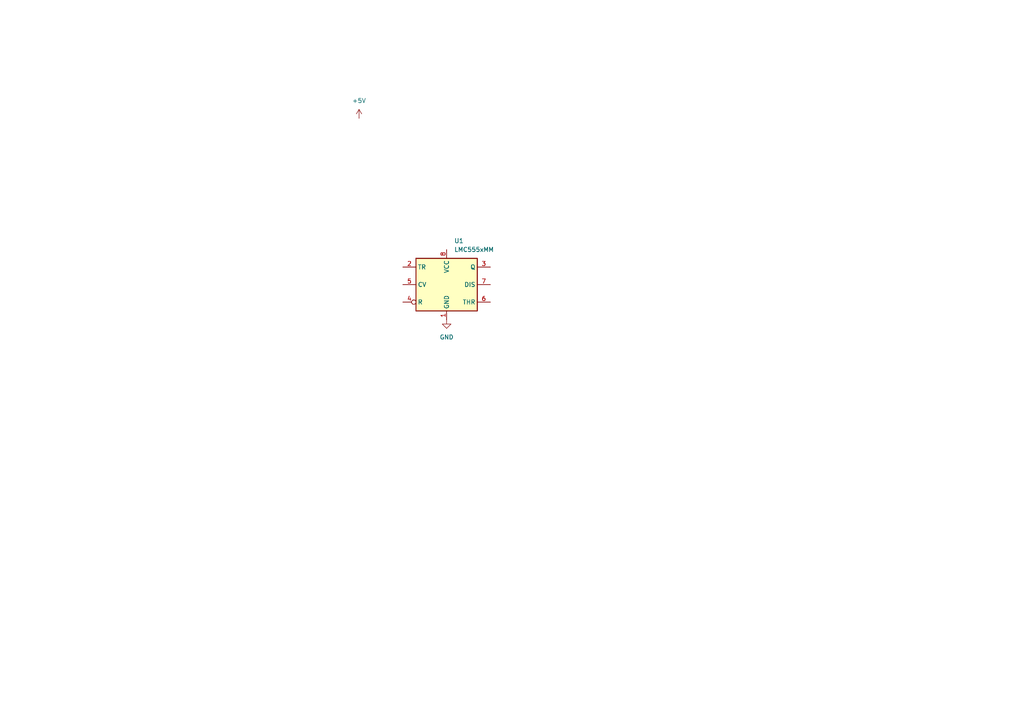
<source format=kicad_sch>
(kicad_sch
	(version 20231120)
	(generator "eeschema")
	(generator_version "8.0")
	(uuid "4c56717f-6653-4d2f-b707-e3dda1c7bc7b")
	(paper "A4")
	(lib_symbols
		(symbol "Timer:LMC555xMM"
			(exclude_from_sim no)
			(in_bom yes)
			(on_board yes)
			(property "Reference" "U"
				(at -10.16 8.89 0)
				(effects
					(font
						(size 1.27 1.27)
					)
					(justify left)
				)
			)
			(property "Value" "LMC555xMM"
				(at 2.54 8.89 0)
				(effects
					(font
						(size 1.27 1.27)
					)
					(justify left)
				)
			)
			(property "Footprint" "Package_SO:VSSOP-8_3x3mm_P0.65mm"
				(at 16.51 -10.16 0)
				(effects
					(font
						(size 1.27 1.27)
					)
					(hide yes)
				)
			)
			(property "Datasheet" "http://www.ti.com/lit/ds/symlink/lmc555.pdf"
				(at 21.59 -10.16 0)
				(effects
					(font
						(size 1.27 1.27)
					)
					(hide yes)
				)
			)
			(property "Description" "CMOS Timer, 555 compatible, VSSOP-8"
				(at 0 0 0)
				(effects
					(font
						(size 1.27 1.27)
					)
					(hide yes)
				)
			)
			(property "ki_keywords" "single timer 555"
				(at 0 0 0)
				(effects
					(font
						(size 1.27 1.27)
					)
					(hide yes)
				)
			)
			(property "ki_fp_filters" "*VSSOP*3x3mm*P0.65mm*"
				(at 0 0 0)
				(effects
					(font
						(size 1.27 1.27)
					)
					(hide yes)
				)
			)
			(symbol "LMC555xMM_0_0"
				(pin power_in line
					(at 0 -10.16 90)
					(length 2.54)
					(name "GND"
						(effects
							(font
								(size 1.27 1.27)
							)
						)
					)
					(number "1"
						(effects
							(font
								(size 1.27 1.27)
							)
						)
					)
				)
				(pin power_in line
					(at 0 10.16 270)
					(length 2.54)
					(name "VCC"
						(effects
							(font
								(size 1.27 1.27)
							)
						)
					)
					(number "8"
						(effects
							(font
								(size 1.27 1.27)
							)
						)
					)
				)
			)
			(symbol "LMC555xMM_0_1"
				(rectangle
					(start -8.89 -7.62)
					(end 8.89 7.62)
					(stroke
						(width 0.254)
						(type default)
					)
					(fill
						(type background)
					)
				)
				(rectangle
					(start -8.89 -7.62)
					(end 8.89 7.62)
					(stroke
						(width 0.254)
						(type default)
					)
					(fill
						(type background)
					)
				)
			)
			(symbol "LMC555xMM_1_1"
				(pin input line
					(at -12.7 5.08 0)
					(length 3.81)
					(name "TR"
						(effects
							(font
								(size 1.27 1.27)
							)
						)
					)
					(number "2"
						(effects
							(font
								(size 1.27 1.27)
							)
						)
					)
				)
				(pin output line
					(at 12.7 5.08 180)
					(length 3.81)
					(name "Q"
						(effects
							(font
								(size 1.27 1.27)
							)
						)
					)
					(number "3"
						(effects
							(font
								(size 1.27 1.27)
							)
						)
					)
				)
				(pin input inverted
					(at -12.7 -5.08 0)
					(length 3.81)
					(name "R"
						(effects
							(font
								(size 1.27 1.27)
							)
						)
					)
					(number "4"
						(effects
							(font
								(size 1.27 1.27)
							)
						)
					)
				)
				(pin input line
					(at -12.7 0 0)
					(length 3.81)
					(name "CV"
						(effects
							(font
								(size 1.27 1.27)
							)
						)
					)
					(number "5"
						(effects
							(font
								(size 1.27 1.27)
							)
						)
					)
				)
				(pin input line
					(at 12.7 -5.08 180)
					(length 3.81)
					(name "THR"
						(effects
							(font
								(size 1.27 1.27)
							)
						)
					)
					(number "6"
						(effects
							(font
								(size 1.27 1.27)
							)
						)
					)
				)
				(pin input line
					(at 12.7 0 180)
					(length 3.81)
					(name "DIS"
						(effects
							(font
								(size 1.27 1.27)
							)
						)
					)
					(number "7"
						(effects
							(font
								(size 1.27 1.27)
							)
						)
					)
				)
			)
		)
		(symbol "power:+5V"
			(power)
			(pin_numbers hide)
			(pin_names
				(offset 0) hide)
			(exclude_from_sim no)
			(in_bom yes)
			(on_board yes)
			(property "Reference" "#PWR"
				(at 0 -3.81 0)
				(effects
					(font
						(size 1.27 1.27)
					)
					(hide yes)
				)
			)
			(property "Value" "+5V"
				(at 0 3.556 0)
				(effects
					(font
						(size 1.27 1.27)
					)
				)
			)
			(property "Footprint" ""
				(at 0 0 0)
				(effects
					(font
						(size 1.27 1.27)
					)
					(hide yes)
				)
			)
			(property "Datasheet" ""
				(at 0 0 0)
				(effects
					(font
						(size 1.27 1.27)
					)
					(hide yes)
				)
			)
			(property "Description" "Power symbol creates a global label with name \"+5V\""
				(at 0 0 0)
				(effects
					(font
						(size 1.27 1.27)
					)
					(hide yes)
				)
			)
			(property "ki_keywords" "global power"
				(at 0 0 0)
				(effects
					(font
						(size 1.27 1.27)
					)
					(hide yes)
				)
			)
			(symbol "+5V_0_1"
				(polyline
					(pts
						(xy -0.762 1.27) (xy 0 2.54)
					)
					(stroke
						(width 0)
						(type default)
					)
					(fill
						(type none)
					)
				)
				(polyline
					(pts
						(xy 0 0) (xy 0 2.54)
					)
					(stroke
						(width 0)
						(type default)
					)
					(fill
						(type none)
					)
				)
				(polyline
					(pts
						(xy 0 2.54) (xy 0.762 1.27)
					)
					(stroke
						(width 0)
						(type default)
					)
					(fill
						(type none)
					)
				)
			)
			(symbol "+5V_1_1"
				(pin power_in line
					(at 0 0 90)
					(length 0)
					(name "~"
						(effects
							(font
								(size 1.27 1.27)
							)
						)
					)
					(number "1"
						(effects
							(font
								(size 1.27 1.27)
							)
						)
					)
				)
			)
		)
		(symbol "power:GND"
			(power)
			(pin_numbers hide)
			(pin_names
				(offset 0) hide)
			(exclude_from_sim no)
			(in_bom yes)
			(on_board yes)
			(property "Reference" "#PWR"
				(at 0 -6.35 0)
				(effects
					(font
						(size 1.27 1.27)
					)
					(hide yes)
				)
			)
			(property "Value" "GND"
				(at 0 -3.81 0)
				(effects
					(font
						(size 1.27 1.27)
					)
				)
			)
			(property "Footprint" ""
				(at 0 0 0)
				(effects
					(font
						(size 1.27 1.27)
					)
					(hide yes)
				)
			)
			(property "Datasheet" ""
				(at 0 0 0)
				(effects
					(font
						(size 1.27 1.27)
					)
					(hide yes)
				)
			)
			(property "Description" "Power symbol creates a global label with name \"GND\" , ground"
				(at 0 0 0)
				(effects
					(font
						(size 1.27 1.27)
					)
					(hide yes)
				)
			)
			(property "ki_keywords" "global power"
				(at 0 0 0)
				(effects
					(font
						(size 1.27 1.27)
					)
					(hide yes)
				)
			)
			(symbol "GND_0_1"
				(polyline
					(pts
						(xy 0 0) (xy 0 -1.27) (xy 1.27 -1.27) (xy 0 -2.54) (xy -1.27 -1.27) (xy 0 -1.27)
					)
					(stroke
						(width 0)
						(type default)
					)
					(fill
						(type none)
					)
				)
			)
			(symbol "GND_1_1"
				(pin power_in line
					(at 0 0 270)
					(length 0)
					(name "~"
						(effects
							(font
								(size 1.27 1.27)
							)
						)
					)
					(number "1"
						(effects
							(font
								(size 1.27 1.27)
							)
						)
					)
				)
			)
		)
	)
	(symbol
		(lib_id "power:GND")
		(at 129.54 92.71 0)
		(unit 1)
		(exclude_from_sim no)
		(in_bom yes)
		(on_board yes)
		(dnp no)
		(fields_autoplaced yes)
		(uuid "61e6a61a-8227-4dcd-a624-0815155a1cdd")
		(property "Reference" "#PWR02"
			(at 129.54 99.06 0)
			(effects
				(font
					(size 1.27 1.27)
				)
				(hide yes)
			)
		)
		(property "Value" "GND"
			(at 129.54 97.79 0)
			(effects
				(font
					(size 1.27 1.27)
				)
			)
		)
		(property "Footprint" ""
			(at 129.54 92.71 0)
			(effects
				(font
					(size 1.27 1.27)
				)
				(hide yes)
			)
		)
		(property "Datasheet" ""
			(at 129.54 92.71 0)
			(effects
				(font
					(size 1.27 1.27)
				)
				(hide yes)
			)
		)
		(property "Description" "Power symbol creates a global label with name \"GND\" , ground"
			(at 129.54 92.71 0)
			(effects
				(font
					(size 1.27 1.27)
				)
				(hide yes)
			)
		)
		(pin "1"
			(uuid "073e1b78-2f99-4e1a-9a02-21fc05233e22")
		)
		(instances
			(project ""
				(path "/e86edbf6-ab59-4ebd-b510-34e7f9b378c6/b1bfd3bc-41f2-4bab-80fb-cf36faace5e1"
					(reference "#PWR02")
					(unit 1)
				)
			)
		)
	)
	(symbol
		(lib_id "Timer:LMC555xMM")
		(at 129.54 82.55 0)
		(unit 1)
		(exclude_from_sim no)
		(in_bom yes)
		(on_board yes)
		(dnp no)
		(fields_autoplaced yes)
		(uuid "e514928d-ef12-459f-a068-4d469ce59345")
		(property "Reference" "U1"
			(at 131.7341 69.85 0)
			(effects
				(font
					(size 1.27 1.27)
				)
				(justify left)
			)
		)
		(property "Value" "LMC555xMM"
			(at 131.7341 72.39 0)
			(effects
				(font
					(size 1.27 1.27)
				)
				(justify left)
			)
		)
		(property "Footprint" "Package_SO:VSSOP-8_3x3mm_P0.65mm"
			(at 146.05 92.71 0)
			(effects
				(font
					(size 1.27 1.27)
				)
				(hide yes)
			)
		)
		(property "Datasheet" "http://www.ti.com/lit/ds/symlink/lmc555.pdf"
			(at 151.13 92.71 0)
			(effects
				(font
					(size 1.27 1.27)
				)
				(hide yes)
			)
		)
		(property "Description" "CMOS Timer, 555 compatible, VSSOP-8"
			(at 129.54 82.55 0)
			(effects
				(font
					(size 1.27 1.27)
				)
				(hide yes)
			)
		)
		(pin "6"
			(uuid "abb1e387-7b58-4307-973f-d45353c3b3a4")
		)
		(pin "7"
			(uuid "0e808b1d-b027-47d7-9d2d-64d340c0452d")
		)
		(pin "5"
			(uuid "ee950b63-21c5-40e7-8bd0-fb3dcc98ea4f")
		)
		(pin "2"
			(uuid "2e80b2c9-6986-471a-9391-f7d523f3c494")
		)
		(pin "3"
			(uuid "eb530478-6b0d-4005-8adf-247bdb1515e2")
		)
		(pin "4"
			(uuid "2371d8f9-4065-49d4-9e75-a6d251b03ca9")
		)
		(pin "8"
			(uuid "ed08a48e-ae95-4e65-beed-911f5ec22353")
		)
		(pin "1"
			(uuid "f263a4f5-5931-493a-99bf-e68f40c4230d")
		)
		(instances
			(project ""
				(path "/e86edbf6-ab59-4ebd-b510-34e7f9b378c6/b1bfd3bc-41f2-4bab-80fb-cf36faace5e1"
					(reference "U1")
					(unit 1)
				)
			)
		)
	)
	(symbol
		(lib_id "power:+5V")
		(at 104.14 34.29 0)
		(unit 1)
		(exclude_from_sim no)
		(in_bom yes)
		(on_board yes)
		(dnp no)
		(fields_autoplaced yes)
		(uuid "fcbba8b4-e17d-429c-b73a-3fa40171f8fd")
		(property "Reference" "#PWR01"
			(at 104.14 38.1 0)
			(effects
				(font
					(size 1.27 1.27)
				)
				(hide yes)
			)
		)
		(property "Value" "+5V"
			(at 104.14 29.21 0)
			(effects
				(font
					(size 1.27 1.27)
				)
			)
		)
		(property "Footprint" ""
			(at 104.14 34.29 0)
			(effects
				(font
					(size 1.27 1.27)
				)
				(hide yes)
			)
		)
		(property "Datasheet" ""
			(at 104.14 34.29 0)
			(effects
				(font
					(size 1.27 1.27)
				)
				(hide yes)
			)
		)
		(property "Description" "Power symbol creates a global label with name \"+5V\""
			(at 104.14 34.29 0)
			(effects
				(font
					(size 1.27 1.27)
				)
				(hide yes)
			)
		)
		(pin "1"
			(uuid "2bfa9e55-d325-4d56-862f-e7ef6dac7810")
		)
		(instances
			(project ""
				(path "/e86edbf6-ab59-4ebd-b510-34e7f9b378c6/b1bfd3bc-41f2-4bab-80fb-cf36faace5e1"
					(reference "#PWR01")
					(unit 1)
				)
			)
		)
	)
)

</source>
